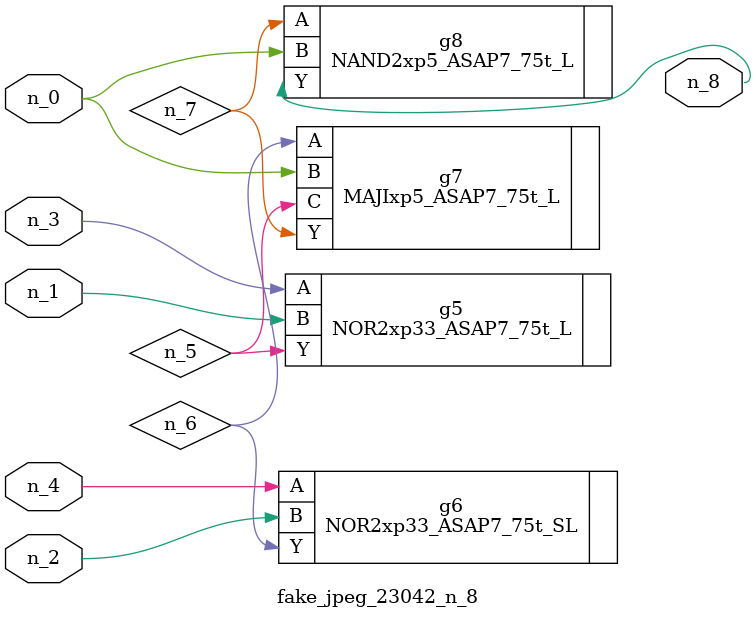
<source format=v>
module fake_jpeg_23042_n_8 (n_3, n_2, n_1, n_0, n_4, n_8);

input n_3;
input n_2;
input n_1;
input n_0;
input n_4;

output n_8;

wire n_6;
wire n_5;
wire n_7;

NOR2xp33_ASAP7_75t_L g5 ( 
.A(n_3),
.B(n_1),
.Y(n_5)
);

NOR2xp33_ASAP7_75t_SL g6 ( 
.A(n_4),
.B(n_2),
.Y(n_6)
);

MAJIxp5_ASAP7_75t_L g7 ( 
.A(n_6),
.B(n_0),
.C(n_5),
.Y(n_7)
);

NAND2xp5_ASAP7_75t_L g8 ( 
.A(n_7),
.B(n_0),
.Y(n_8)
);


endmodule
</source>
